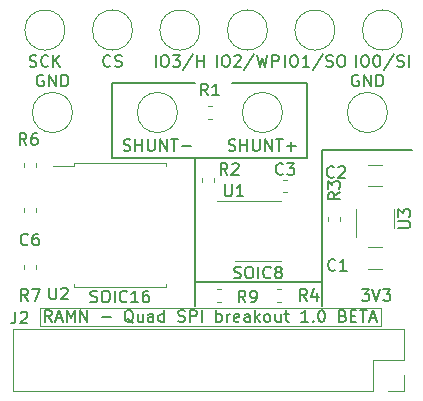
<source format=gbr>
G04 #@! TF.GenerationSoftware,KiCad,Pcbnew,(5.1.4)-1*
G04 #@! TF.CreationDate,2019-12-12T20:06:14+09:00*
G04 #@! TF.ProjectId,microcar_head,6d696372-6f63-4617-925f-686561642e6b,rev?*
G04 #@! TF.SameCoordinates,Original*
G04 #@! TF.FileFunction,Legend,Top*
G04 #@! TF.FilePolarity,Positive*
%FSLAX46Y46*%
G04 Gerber Fmt 4.6, Leading zero omitted, Abs format (unit mm)*
G04 Created by KiCad (PCBNEW (5.1.4)-1) date 2019-12-12 20:06:14*
%MOMM*%
%LPD*%
G04 APERTURE LIST*
%ADD10C,0.200000*%
%ADD11C,0.120000*%
%ADD12C,0.150000*%
G04 APERTURE END LIST*
D10*
X34925000Y-56261000D02*
X34925000Y-58293000D01*
X34925000Y-56261000D02*
X45720000Y-56261000D01*
D11*
X50673000Y-59944000D02*
X21844000Y-59944000D01*
X50673000Y-58420000D02*
X50673000Y-59944000D01*
X21844000Y-58420000D02*
X50673000Y-58420000D01*
X21844000Y-59944000D02*
X21844000Y-58420000D01*
D12*
X49053904Y-56856380D02*
X49672952Y-56856380D01*
X49339619Y-57237333D01*
X49482476Y-57237333D01*
X49577714Y-57284952D01*
X49625333Y-57332571D01*
X49672952Y-57427809D01*
X49672952Y-57665904D01*
X49625333Y-57761142D01*
X49577714Y-57808761D01*
X49482476Y-57856380D01*
X49196761Y-57856380D01*
X49101523Y-57808761D01*
X49053904Y-57761142D01*
X49958666Y-56856380D02*
X50292000Y-57856380D01*
X50625333Y-56856380D01*
X50863428Y-56856380D02*
X51482476Y-56856380D01*
X51149142Y-57237333D01*
X51292000Y-57237333D01*
X51387238Y-57284952D01*
X51434857Y-57332571D01*
X51482476Y-57427809D01*
X51482476Y-57665904D01*
X51434857Y-57761142D01*
X51387238Y-57808761D01*
X51292000Y-57856380D01*
X51006285Y-57856380D01*
X50911047Y-57808761D01*
X50863428Y-57761142D01*
D10*
X34925000Y-56261000D02*
X34925000Y-45720000D01*
X45720000Y-45085000D02*
X45720000Y-58293000D01*
X53340000Y-45085000D02*
X45720000Y-45085000D01*
X44450000Y-39370000D02*
X38100000Y-39370000D01*
X44450000Y-45720000D02*
X44450000Y-39370000D01*
X27940000Y-39370000D02*
X34925000Y-39370000D01*
X27940000Y-45720000D02*
X27940000Y-39370000D01*
X44450000Y-45720000D02*
X27940000Y-45720000D01*
D12*
X26075000Y-57935761D02*
X26217857Y-57983380D01*
X26455952Y-57983380D01*
X26551190Y-57935761D01*
X26598809Y-57888142D01*
X26646428Y-57792904D01*
X26646428Y-57697666D01*
X26598809Y-57602428D01*
X26551190Y-57554809D01*
X26455952Y-57507190D01*
X26265476Y-57459571D01*
X26170238Y-57411952D01*
X26122619Y-57364333D01*
X26075000Y-57269095D01*
X26075000Y-57173857D01*
X26122619Y-57078619D01*
X26170238Y-57031000D01*
X26265476Y-56983380D01*
X26503571Y-56983380D01*
X26646428Y-57031000D01*
X27265476Y-56983380D02*
X27455952Y-56983380D01*
X27551190Y-57031000D01*
X27646428Y-57126238D01*
X27694047Y-57316714D01*
X27694047Y-57650047D01*
X27646428Y-57840523D01*
X27551190Y-57935761D01*
X27455952Y-57983380D01*
X27265476Y-57983380D01*
X27170238Y-57935761D01*
X27075000Y-57840523D01*
X27027380Y-57650047D01*
X27027380Y-57316714D01*
X27075000Y-57126238D01*
X27170238Y-57031000D01*
X27265476Y-56983380D01*
X28122619Y-57983380D02*
X28122619Y-56983380D01*
X29170238Y-57888142D02*
X29122619Y-57935761D01*
X28979761Y-57983380D01*
X28884523Y-57983380D01*
X28741666Y-57935761D01*
X28646428Y-57840523D01*
X28598809Y-57745285D01*
X28551190Y-57554809D01*
X28551190Y-57411952D01*
X28598809Y-57221476D01*
X28646428Y-57126238D01*
X28741666Y-57031000D01*
X28884523Y-56983380D01*
X28979761Y-56983380D01*
X29122619Y-57031000D01*
X29170238Y-57078619D01*
X30122619Y-57983380D02*
X29551190Y-57983380D01*
X29836904Y-57983380D02*
X29836904Y-56983380D01*
X29741666Y-57126238D01*
X29646428Y-57221476D01*
X29551190Y-57269095D01*
X30979761Y-56983380D02*
X30789285Y-56983380D01*
X30694047Y-57031000D01*
X30646428Y-57078619D01*
X30551190Y-57221476D01*
X30503571Y-57411952D01*
X30503571Y-57792904D01*
X30551190Y-57888142D01*
X30598809Y-57935761D01*
X30694047Y-57983380D01*
X30884523Y-57983380D01*
X30979761Y-57935761D01*
X31027380Y-57888142D01*
X31075000Y-57792904D01*
X31075000Y-57554809D01*
X31027380Y-57459571D01*
X30979761Y-57411952D01*
X30884523Y-57364333D01*
X30694047Y-57364333D01*
X30598809Y-57411952D01*
X30551190Y-57459571D01*
X30503571Y-57554809D01*
X38235190Y-55903761D02*
X38378047Y-55951380D01*
X38616142Y-55951380D01*
X38711380Y-55903761D01*
X38759000Y-55856142D01*
X38806619Y-55760904D01*
X38806619Y-55665666D01*
X38759000Y-55570428D01*
X38711380Y-55522809D01*
X38616142Y-55475190D01*
X38425666Y-55427571D01*
X38330428Y-55379952D01*
X38282809Y-55332333D01*
X38235190Y-55237095D01*
X38235190Y-55141857D01*
X38282809Y-55046619D01*
X38330428Y-54999000D01*
X38425666Y-54951380D01*
X38663761Y-54951380D01*
X38806619Y-54999000D01*
X39425666Y-54951380D02*
X39616142Y-54951380D01*
X39711380Y-54999000D01*
X39806619Y-55094238D01*
X39854238Y-55284714D01*
X39854238Y-55618047D01*
X39806619Y-55808523D01*
X39711380Y-55903761D01*
X39616142Y-55951380D01*
X39425666Y-55951380D01*
X39330428Y-55903761D01*
X39235190Y-55808523D01*
X39187571Y-55618047D01*
X39187571Y-55284714D01*
X39235190Y-55094238D01*
X39330428Y-54999000D01*
X39425666Y-54951380D01*
X40282809Y-55951380D02*
X40282809Y-54951380D01*
X41330428Y-55856142D02*
X41282809Y-55903761D01*
X41139952Y-55951380D01*
X41044714Y-55951380D01*
X40901857Y-55903761D01*
X40806619Y-55808523D01*
X40759000Y-55713285D01*
X40711380Y-55522809D01*
X40711380Y-55379952D01*
X40759000Y-55189476D01*
X40806619Y-55094238D01*
X40901857Y-54999000D01*
X41044714Y-54951380D01*
X41139952Y-54951380D01*
X41282809Y-54999000D01*
X41330428Y-55046619D01*
X41901857Y-55379952D02*
X41806619Y-55332333D01*
X41759000Y-55284714D01*
X41711380Y-55189476D01*
X41711380Y-55141857D01*
X41759000Y-55046619D01*
X41806619Y-54999000D01*
X41901857Y-54951380D01*
X42092333Y-54951380D01*
X42187571Y-54999000D01*
X42235190Y-55046619D01*
X42282809Y-55141857D01*
X42282809Y-55189476D01*
X42235190Y-55284714D01*
X42187571Y-55332333D01*
X42092333Y-55379952D01*
X41901857Y-55379952D01*
X41806619Y-55427571D01*
X41759000Y-55475190D01*
X41711380Y-55570428D01*
X41711380Y-55760904D01*
X41759000Y-55856142D01*
X41806619Y-55903761D01*
X41901857Y-55951380D01*
X42092333Y-55951380D01*
X42187571Y-55903761D01*
X42235190Y-55856142D01*
X42282809Y-55760904D01*
X42282809Y-55570428D01*
X42235190Y-55475190D01*
X42187571Y-55427571D01*
X42092333Y-55379952D01*
X22790238Y-59634380D02*
X22456904Y-59158190D01*
X22218809Y-59634380D02*
X22218809Y-58634380D01*
X22599761Y-58634380D01*
X22694999Y-58682000D01*
X22742619Y-58729619D01*
X22790238Y-58824857D01*
X22790238Y-58967714D01*
X22742619Y-59062952D01*
X22694999Y-59110571D01*
X22599761Y-59158190D01*
X22218809Y-59158190D01*
X23171190Y-59348666D02*
X23647380Y-59348666D01*
X23075952Y-59634380D02*
X23409285Y-58634380D01*
X23742619Y-59634380D01*
X24075952Y-59634380D02*
X24075952Y-58634380D01*
X24409285Y-59348666D01*
X24742619Y-58634380D01*
X24742619Y-59634380D01*
X25218809Y-59634380D02*
X25218809Y-58634380D01*
X25790238Y-59634380D01*
X25790238Y-58634380D01*
X27028333Y-59253428D02*
X27790238Y-59253428D01*
X29694999Y-59729619D02*
X29599761Y-59682000D01*
X29504523Y-59586761D01*
X29361666Y-59443904D01*
X29266428Y-59396285D01*
X29171190Y-59396285D01*
X29218809Y-59634380D02*
X29123571Y-59586761D01*
X29028333Y-59491523D01*
X28980714Y-59301047D01*
X28980714Y-58967714D01*
X29028333Y-58777238D01*
X29123571Y-58682000D01*
X29218809Y-58634380D01*
X29409285Y-58634380D01*
X29504523Y-58682000D01*
X29599761Y-58777238D01*
X29647380Y-58967714D01*
X29647380Y-59301047D01*
X29599761Y-59491523D01*
X29504523Y-59586761D01*
X29409285Y-59634380D01*
X29218809Y-59634380D01*
X30504523Y-58967714D02*
X30504523Y-59634380D01*
X30075952Y-58967714D02*
X30075952Y-59491523D01*
X30123571Y-59586761D01*
X30218809Y-59634380D01*
X30361666Y-59634380D01*
X30456904Y-59586761D01*
X30504523Y-59539142D01*
X31409285Y-59634380D02*
X31409285Y-59110571D01*
X31361666Y-59015333D01*
X31266428Y-58967714D01*
X31075952Y-58967714D01*
X30980714Y-59015333D01*
X31409285Y-59586761D02*
X31314047Y-59634380D01*
X31075952Y-59634380D01*
X30980714Y-59586761D01*
X30933095Y-59491523D01*
X30933095Y-59396285D01*
X30980714Y-59301047D01*
X31075952Y-59253428D01*
X31314047Y-59253428D01*
X31409285Y-59205809D01*
X32314047Y-59634380D02*
X32314047Y-58634380D01*
X32314047Y-59586761D02*
X32218809Y-59634380D01*
X32028333Y-59634380D01*
X31933095Y-59586761D01*
X31885476Y-59539142D01*
X31837857Y-59443904D01*
X31837857Y-59158190D01*
X31885476Y-59062952D01*
X31933095Y-59015333D01*
X32028333Y-58967714D01*
X32218809Y-58967714D01*
X32314047Y-59015333D01*
X33504523Y-59586761D02*
X33647380Y-59634380D01*
X33885476Y-59634380D01*
X33980714Y-59586761D01*
X34028333Y-59539142D01*
X34075952Y-59443904D01*
X34075952Y-59348666D01*
X34028333Y-59253428D01*
X33980714Y-59205809D01*
X33885476Y-59158190D01*
X33695000Y-59110571D01*
X33599761Y-59062952D01*
X33552142Y-59015333D01*
X33504523Y-58920095D01*
X33504523Y-58824857D01*
X33552142Y-58729619D01*
X33599761Y-58682000D01*
X33695000Y-58634380D01*
X33933095Y-58634380D01*
X34075952Y-58682000D01*
X34504523Y-59634380D02*
X34504523Y-58634380D01*
X34885476Y-58634380D01*
X34980714Y-58682000D01*
X35028333Y-58729619D01*
X35075952Y-58824857D01*
X35075952Y-58967714D01*
X35028333Y-59062952D01*
X34980714Y-59110571D01*
X34885476Y-59158190D01*
X34504523Y-59158190D01*
X35504523Y-59634380D02*
X35504523Y-58634380D01*
X36742619Y-59634380D02*
X36742619Y-58634380D01*
X36742619Y-59015333D02*
X36837857Y-58967714D01*
X37028333Y-58967714D01*
X37123571Y-59015333D01*
X37171190Y-59062952D01*
X37218809Y-59158190D01*
X37218809Y-59443904D01*
X37171190Y-59539142D01*
X37123571Y-59586761D01*
X37028333Y-59634380D01*
X36837857Y-59634380D01*
X36742619Y-59586761D01*
X37647380Y-59634380D02*
X37647380Y-58967714D01*
X37647380Y-59158190D02*
X37694999Y-59062952D01*
X37742619Y-59015333D01*
X37837857Y-58967714D01*
X37933095Y-58967714D01*
X38647380Y-59586761D02*
X38552142Y-59634380D01*
X38361666Y-59634380D01*
X38266428Y-59586761D01*
X38218809Y-59491523D01*
X38218809Y-59110571D01*
X38266428Y-59015333D01*
X38361666Y-58967714D01*
X38552142Y-58967714D01*
X38647380Y-59015333D01*
X38694999Y-59110571D01*
X38694999Y-59205809D01*
X38218809Y-59301047D01*
X39552142Y-59634380D02*
X39552142Y-59110571D01*
X39504523Y-59015333D01*
X39409285Y-58967714D01*
X39218809Y-58967714D01*
X39123571Y-59015333D01*
X39552142Y-59586761D02*
X39456904Y-59634380D01*
X39218809Y-59634380D01*
X39123571Y-59586761D01*
X39075952Y-59491523D01*
X39075952Y-59396285D01*
X39123571Y-59301047D01*
X39218809Y-59253428D01*
X39456904Y-59253428D01*
X39552142Y-59205809D01*
X40028333Y-59634380D02*
X40028333Y-58634380D01*
X40123571Y-59253428D02*
X40409285Y-59634380D01*
X40409285Y-58967714D02*
X40028333Y-59348666D01*
X40980714Y-59634380D02*
X40885476Y-59586761D01*
X40837857Y-59539142D01*
X40790238Y-59443904D01*
X40790238Y-59158190D01*
X40837857Y-59062952D01*
X40885476Y-59015333D01*
X40980714Y-58967714D01*
X41123571Y-58967714D01*
X41218809Y-59015333D01*
X41266428Y-59062952D01*
X41314047Y-59158190D01*
X41314047Y-59443904D01*
X41266428Y-59539142D01*
X41218809Y-59586761D01*
X41123571Y-59634380D01*
X40980714Y-59634380D01*
X42171190Y-58967714D02*
X42171190Y-59634380D01*
X41742619Y-58967714D02*
X41742619Y-59491523D01*
X41790238Y-59586761D01*
X41885476Y-59634380D01*
X42028333Y-59634380D01*
X42123571Y-59586761D01*
X42171190Y-59539142D01*
X42504523Y-58967714D02*
X42885476Y-58967714D01*
X42647380Y-58634380D02*
X42647380Y-59491523D01*
X42694999Y-59586761D01*
X42790238Y-59634380D01*
X42885476Y-59634380D01*
X44504523Y-59634380D02*
X43933095Y-59634380D01*
X44218809Y-59634380D02*
X44218809Y-58634380D01*
X44123571Y-58777238D01*
X44028333Y-58872476D01*
X43933095Y-58920095D01*
X44933095Y-59539142D02*
X44980714Y-59586761D01*
X44933095Y-59634380D01*
X44885476Y-59586761D01*
X44933095Y-59539142D01*
X44933095Y-59634380D01*
X45599761Y-58634380D02*
X45694999Y-58634380D01*
X45790238Y-58682000D01*
X45837857Y-58729619D01*
X45885476Y-58824857D01*
X45933095Y-59015333D01*
X45933095Y-59253428D01*
X45885476Y-59443904D01*
X45837857Y-59539142D01*
X45790238Y-59586761D01*
X45694999Y-59634380D01*
X45599761Y-59634380D01*
X45504523Y-59586761D01*
X45456904Y-59539142D01*
X45409285Y-59443904D01*
X45361666Y-59253428D01*
X45361666Y-59015333D01*
X45409285Y-58824857D01*
X45456904Y-58729619D01*
X45504523Y-58682000D01*
X45599761Y-58634380D01*
X47456904Y-59110571D02*
X47599761Y-59158190D01*
X47647380Y-59205809D01*
X47694999Y-59301047D01*
X47694999Y-59443904D01*
X47647380Y-59539142D01*
X47599761Y-59586761D01*
X47504523Y-59634380D01*
X47123571Y-59634380D01*
X47123571Y-58634380D01*
X47456904Y-58634380D01*
X47552142Y-58682000D01*
X47599761Y-58729619D01*
X47647380Y-58824857D01*
X47647380Y-58920095D01*
X47599761Y-59015333D01*
X47552142Y-59062952D01*
X47456904Y-59110571D01*
X47123571Y-59110571D01*
X48123571Y-59110571D02*
X48456904Y-59110571D01*
X48599761Y-59634380D02*
X48123571Y-59634380D01*
X48123571Y-58634380D01*
X48599761Y-58634380D01*
X48885476Y-58634380D02*
X49456904Y-58634380D01*
X49171190Y-59634380D02*
X49171190Y-58634380D01*
X49742619Y-59348666D02*
X50218809Y-59348666D01*
X49647380Y-59634380D02*
X49980714Y-58634380D01*
X50314047Y-59634380D01*
D11*
X52638000Y-64135000D02*
X52638000Y-65465000D01*
X52638000Y-65465000D02*
X51308000Y-65465000D01*
X52638000Y-62865000D02*
X50038000Y-62865000D01*
X50038000Y-62865000D02*
X50038000Y-65465000D01*
X50038000Y-65465000D02*
X19498000Y-65465000D01*
X19498000Y-60265000D02*
X19498000Y-65465000D01*
X52638000Y-60265000D02*
X19498000Y-60265000D01*
X52638000Y-60265000D02*
X52638000Y-62865000D01*
X37119779Y-56894000D02*
X36794221Y-56894000D01*
X37119779Y-57914000D02*
X36794221Y-57914000D01*
X41874221Y-57914000D02*
X42199779Y-57914000D01*
X41874221Y-56894000D02*
X42199779Y-56894000D01*
X20445000Y-54828221D02*
X20445000Y-55153779D01*
X21465000Y-54828221D02*
X21465000Y-55153779D01*
X47246000Y-51089779D02*
X47246000Y-50764221D01*
X46226000Y-51089779D02*
X46226000Y-50764221D01*
X24560000Y-41910000D02*
G75*
G03X24560000Y-41910000I-1700000J0D01*
G01*
X40259000Y-49383000D02*
X36809000Y-49383000D01*
X40259000Y-49383000D02*
X42209000Y-49383000D01*
X40259000Y-54503000D02*
X38309000Y-54503000D01*
X40259000Y-54503000D02*
X42209000Y-54503000D01*
X24715000Y-46430000D02*
X22900000Y-46430000D01*
X24715000Y-46175000D02*
X24715000Y-46430000D01*
X28575000Y-46175000D02*
X24715000Y-46175000D01*
X32435000Y-46175000D02*
X32435000Y-46430000D01*
X28575000Y-46175000D02*
X32435000Y-46175000D01*
X24715000Y-56695000D02*
X24715000Y-56440000D01*
X28575000Y-56695000D02*
X24715000Y-56695000D01*
X32435000Y-56695000D02*
X32435000Y-56440000D01*
X28575000Y-56695000D02*
X32435000Y-56695000D01*
X35558000Y-47462221D02*
X35558000Y-47787779D01*
X36578000Y-47462221D02*
X36578000Y-47787779D01*
X35355000Y-34925000D02*
G75*
G03X35355000Y-34925000I-1700000J0D01*
G01*
X41070000Y-34925000D02*
G75*
G03X41070000Y-34925000I-1700000J0D01*
G01*
X29640000Y-34925000D02*
G75*
G03X29640000Y-34925000I-1700000J0D01*
G01*
X23925000Y-34925000D02*
G75*
G03X23925000Y-34925000I-1700000J0D01*
G01*
X52500000Y-34925000D02*
G75*
G03X52500000Y-34925000I-1700000J0D01*
G01*
X46785000Y-34925000D02*
G75*
G03X46785000Y-34925000I-1700000J0D01*
G01*
X42707779Y-47623000D02*
X42382221Y-47623000D01*
X42707779Y-48643000D02*
X42382221Y-48643000D01*
X20445000Y-46192221D02*
X20445000Y-46517779D01*
X21465000Y-46192221D02*
X21465000Y-46517779D01*
X51230000Y-41910000D02*
G75*
G03X51230000Y-41910000I-1700000J0D01*
G01*
X20445000Y-50002221D02*
X20445000Y-50327779D01*
X21465000Y-50002221D02*
X21465000Y-50327779D01*
X36357779Y-41400000D02*
X36032221Y-41400000D01*
X36357779Y-42420000D02*
X36032221Y-42420000D01*
X33450000Y-41910000D02*
G75*
G03X33450000Y-41910000I-1700000J0D01*
G01*
X48565000Y-50109000D02*
X48565000Y-52409000D01*
X51765000Y-51709000D02*
X51765000Y-50109000D01*
X50767064Y-46334000D02*
X49562936Y-46334000D01*
X50767064Y-48154000D02*
X49562936Y-48154000D01*
X50767064Y-53319000D02*
X49562936Y-53319000D01*
X50767064Y-55139000D02*
X49562936Y-55139000D01*
X42340000Y-41910000D02*
G75*
G03X42340000Y-41910000I-1700000J0D01*
G01*
D12*
X19732666Y-58761380D02*
X19732666Y-59475666D01*
X19685047Y-59618523D01*
X19589809Y-59713761D01*
X19446952Y-59761380D01*
X19351714Y-59761380D01*
X20161238Y-58856619D02*
X20208857Y-58809000D01*
X20304095Y-58761380D01*
X20542190Y-58761380D01*
X20637428Y-58809000D01*
X20685047Y-58856619D01*
X20732666Y-58951857D01*
X20732666Y-59047095D01*
X20685047Y-59189952D01*
X20113619Y-59761380D01*
X20732666Y-59761380D01*
X39203333Y-57983380D02*
X38870000Y-57507190D01*
X38631904Y-57983380D02*
X38631904Y-56983380D01*
X39012857Y-56983380D01*
X39108095Y-57031000D01*
X39155714Y-57078619D01*
X39203333Y-57173857D01*
X39203333Y-57316714D01*
X39155714Y-57411952D01*
X39108095Y-57459571D01*
X39012857Y-57507190D01*
X38631904Y-57507190D01*
X39679523Y-57983380D02*
X39870000Y-57983380D01*
X39965238Y-57935761D01*
X40012857Y-57888142D01*
X40108095Y-57745285D01*
X40155714Y-57554809D01*
X40155714Y-57173857D01*
X40108095Y-57078619D01*
X40060476Y-57031000D01*
X39965238Y-56983380D01*
X39774761Y-56983380D01*
X39679523Y-57031000D01*
X39631904Y-57078619D01*
X39584285Y-57173857D01*
X39584285Y-57411952D01*
X39631904Y-57507190D01*
X39679523Y-57554809D01*
X39774761Y-57602428D01*
X39965238Y-57602428D01*
X40060476Y-57554809D01*
X40108095Y-57507190D01*
X40155714Y-57411952D01*
X44410333Y-57856380D02*
X44077000Y-57380190D01*
X43838904Y-57856380D02*
X43838904Y-56856380D01*
X44219857Y-56856380D01*
X44315095Y-56904000D01*
X44362714Y-56951619D01*
X44410333Y-57046857D01*
X44410333Y-57189714D01*
X44362714Y-57284952D01*
X44315095Y-57332571D01*
X44219857Y-57380190D01*
X43838904Y-57380190D01*
X45267476Y-57189714D02*
X45267476Y-57856380D01*
X45029380Y-56808761D02*
X44791285Y-57523047D01*
X45410333Y-57523047D01*
X20788333Y-57856380D02*
X20455000Y-57380190D01*
X20216904Y-57856380D02*
X20216904Y-56856380D01*
X20597857Y-56856380D01*
X20693095Y-56904000D01*
X20740714Y-56951619D01*
X20788333Y-57046857D01*
X20788333Y-57189714D01*
X20740714Y-57284952D01*
X20693095Y-57332571D01*
X20597857Y-57380190D01*
X20216904Y-57380190D01*
X21121666Y-56856380D02*
X21788333Y-56856380D01*
X21359761Y-57856380D01*
X47188380Y-48680666D02*
X46712190Y-49014000D01*
X47188380Y-49252095D02*
X46188380Y-49252095D01*
X46188380Y-48871142D01*
X46236000Y-48775904D01*
X46283619Y-48728285D01*
X46378857Y-48680666D01*
X46521714Y-48680666D01*
X46616952Y-48728285D01*
X46664571Y-48775904D01*
X46712190Y-48871142D01*
X46712190Y-49252095D01*
X46188380Y-48347333D02*
X46188380Y-47728285D01*
X46569333Y-48061619D01*
X46569333Y-47918761D01*
X46616952Y-47823523D01*
X46664571Y-47775904D01*
X46759809Y-47728285D01*
X46997904Y-47728285D01*
X47093142Y-47775904D01*
X47140761Y-47823523D01*
X47188380Y-47918761D01*
X47188380Y-48204476D01*
X47140761Y-48299714D01*
X47093142Y-48347333D01*
X22098095Y-38743000D02*
X22002857Y-38695380D01*
X21860000Y-38695380D01*
X21717142Y-38743000D01*
X21621904Y-38838238D01*
X21574285Y-38933476D01*
X21526666Y-39123952D01*
X21526666Y-39266809D01*
X21574285Y-39457285D01*
X21621904Y-39552523D01*
X21717142Y-39647761D01*
X21860000Y-39695380D01*
X21955238Y-39695380D01*
X22098095Y-39647761D01*
X22145714Y-39600142D01*
X22145714Y-39266809D01*
X21955238Y-39266809D01*
X22574285Y-39695380D02*
X22574285Y-38695380D01*
X23145714Y-39695380D01*
X23145714Y-38695380D01*
X23621904Y-39695380D02*
X23621904Y-38695380D01*
X23860000Y-38695380D01*
X24002857Y-38743000D01*
X24098095Y-38838238D01*
X24145714Y-38933476D01*
X24193333Y-39123952D01*
X24193333Y-39266809D01*
X24145714Y-39457285D01*
X24098095Y-39552523D01*
X24002857Y-39647761D01*
X23860000Y-39695380D01*
X23621904Y-39695380D01*
X37465095Y-47995380D02*
X37465095Y-48804904D01*
X37512714Y-48900142D01*
X37560333Y-48947761D01*
X37655571Y-48995380D01*
X37846047Y-48995380D01*
X37941285Y-48947761D01*
X37988904Y-48900142D01*
X38036523Y-48804904D01*
X38036523Y-47995380D01*
X39036523Y-48995380D02*
X38465095Y-48995380D01*
X38750809Y-48995380D02*
X38750809Y-47995380D01*
X38655571Y-48138238D01*
X38560333Y-48233476D01*
X38465095Y-48281095D01*
X22606095Y-56729380D02*
X22606095Y-57538904D01*
X22653714Y-57634142D01*
X22701333Y-57681761D01*
X22796571Y-57729380D01*
X22987047Y-57729380D01*
X23082285Y-57681761D01*
X23129904Y-57634142D01*
X23177523Y-57538904D01*
X23177523Y-56729380D01*
X23606095Y-56824619D02*
X23653714Y-56777000D01*
X23748952Y-56729380D01*
X23987047Y-56729380D01*
X24082285Y-56777000D01*
X24129904Y-56824619D01*
X24177523Y-56919857D01*
X24177523Y-57015095D01*
X24129904Y-57157952D01*
X23558476Y-57729380D01*
X24177523Y-57729380D01*
X37679333Y-47188380D02*
X37346000Y-46712190D01*
X37107904Y-47188380D02*
X37107904Y-46188380D01*
X37488857Y-46188380D01*
X37584095Y-46236000D01*
X37631714Y-46283619D01*
X37679333Y-46378857D01*
X37679333Y-46521714D01*
X37631714Y-46616952D01*
X37584095Y-46664571D01*
X37488857Y-46712190D01*
X37107904Y-46712190D01*
X38060285Y-46283619D02*
X38107904Y-46236000D01*
X38203142Y-46188380D01*
X38441238Y-46188380D01*
X38536476Y-46236000D01*
X38584095Y-46283619D01*
X38631714Y-46378857D01*
X38631714Y-46474095D01*
X38584095Y-46616952D01*
X38012666Y-47188380D01*
X38631714Y-47188380D01*
X31607380Y-38044380D02*
X31607380Y-37044380D01*
X32274047Y-37044380D02*
X32464523Y-37044380D01*
X32559761Y-37092000D01*
X32655000Y-37187238D01*
X32702619Y-37377714D01*
X32702619Y-37711047D01*
X32655000Y-37901523D01*
X32559761Y-37996761D01*
X32464523Y-38044380D01*
X32274047Y-38044380D01*
X32178809Y-37996761D01*
X32083571Y-37901523D01*
X32035952Y-37711047D01*
X32035952Y-37377714D01*
X32083571Y-37187238D01*
X32178809Y-37092000D01*
X32274047Y-37044380D01*
X33035952Y-37044380D02*
X33655000Y-37044380D01*
X33321666Y-37425333D01*
X33464523Y-37425333D01*
X33559761Y-37472952D01*
X33607380Y-37520571D01*
X33655000Y-37615809D01*
X33655000Y-37853904D01*
X33607380Y-37949142D01*
X33559761Y-37996761D01*
X33464523Y-38044380D01*
X33178809Y-38044380D01*
X33083571Y-37996761D01*
X33035952Y-37949142D01*
X34797857Y-36996761D02*
X33940714Y-38282476D01*
X35131190Y-38044380D02*
X35131190Y-37044380D01*
X35131190Y-37520571D02*
X35702619Y-37520571D01*
X35702619Y-38044380D02*
X35702619Y-37044380D01*
X36774761Y-38044380D02*
X36774761Y-37044380D01*
X37441428Y-37044380D02*
X37631904Y-37044380D01*
X37727142Y-37092000D01*
X37822380Y-37187238D01*
X37870000Y-37377714D01*
X37870000Y-37711047D01*
X37822380Y-37901523D01*
X37727142Y-37996761D01*
X37631904Y-38044380D01*
X37441428Y-38044380D01*
X37346190Y-37996761D01*
X37250952Y-37901523D01*
X37203333Y-37711047D01*
X37203333Y-37377714D01*
X37250952Y-37187238D01*
X37346190Y-37092000D01*
X37441428Y-37044380D01*
X38250952Y-37139619D02*
X38298571Y-37092000D01*
X38393809Y-37044380D01*
X38631904Y-37044380D01*
X38727142Y-37092000D01*
X38774761Y-37139619D01*
X38822380Y-37234857D01*
X38822380Y-37330095D01*
X38774761Y-37472952D01*
X38203333Y-38044380D01*
X38822380Y-38044380D01*
X39965238Y-36996761D02*
X39108095Y-38282476D01*
X40203333Y-37044380D02*
X40441428Y-38044380D01*
X40631904Y-37330095D01*
X40822380Y-38044380D01*
X41060476Y-37044380D01*
X41441428Y-38044380D02*
X41441428Y-37044380D01*
X41822380Y-37044380D01*
X41917619Y-37092000D01*
X41965238Y-37139619D01*
X42012857Y-37234857D01*
X42012857Y-37377714D01*
X41965238Y-37472952D01*
X41917619Y-37520571D01*
X41822380Y-37568190D01*
X41441428Y-37568190D01*
X27773333Y-37949142D02*
X27725714Y-37996761D01*
X27582857Y-38044380D01*
X27487619Y-38044380D01*
X27344761Y-37996761D01*
X27249523Y-37901523D01*
X27201904Y-37806285D01*
X27154285Y-37615809D01*
X27154285Y-37472952D01*
X27201904Y-37282476D01*
X27249523Y-37187238D01*
X27344761Y-37092000D01*
X27487619Y-37044380D01*
X27582857Y-37044380D01*
X27725714Y-37092000D01*
X27773333Y-37139619D01*
X28154285Y-37996761D02*
X28297142Y-38044380D01*
X28535238Y-38044380D01*
X28630476Y-37996761D01*
X28678095Y-37949142D01*
X28725714Y-37853904D01*
X28725714Y-37758666D01*
X28678095Y-37663428D01*
X28630476Y-37615809D01*
X28535238Y-37568190D01*
X28344761Y-37520571D01*
X28249523Y-37472952D01*
X28201904Y-37425333D01*
X28154285Y-37330095D01*
X28154285Y-37234857D01*
X28201904Y-37139619D01*
X28249523Y-37092000D01*
X28344761Y-37044380D01*
X28582857Y-37044380D01*
X28725714Y-37092000D01*
X20939285Y-37996761D02*
X21082142Y-38044380D01*
X21320238Y-38044380D01*
X21415476Y-37996761D01*
X21463095Y-37949142D01*
X21510714Y-37853904D01*
X21510714Y-37758666D01*
X21463095Y-37663428D01*
X21415476Y-37615809D01*
X21320238Y-37568190D01*
X21129761Y-37520571D01*
X21034523Y-37472952D01*
X20986904Y-37425333D01*
X20939285Y-37330095D01*
X20939285Y-37234857D01*
X20986904Y-37139619D01*
X21034523Y-37092000D01*
X21129761Y-37044380D01*
X21367857Y-37044380D01*
X21510714Y-37092000D01*
X22510714Y-37949142D02*
X22463095Y-37996761D01*
X22320238Y-38044380D01*
X22225000Y-38044380D01*
X22082142Y-37996761D01*
X21986904Y-37901523D01*
X21939285Y-37806285D01*
X21891666Y-37615809D01*
X21891666Y-37472952D01*
X21939285Y-37282476D01*
X21986904Y-37187238D01*
X22082142Y-37092000D01*
X22225000Y-37044380D01*
X22320238Y-37044380D01*
X22463095Y-37092000D01*
X22510714Y-37139619D01*
X22939285Y-38044380D02*
X22939285Y-37044380D01*
X23510714Y-38044380D02*
X23082142Y-37472952D01*
X23510714Y-37044380D02*
X22939285Y-37615809D01*
X48561904Y-38044380D02*
X48561904Y-37044380D01*
X49228571Y-37044380D02*
X49419047Y-37044380D01*
X49514285Y-37092000D01*
X49609523Y-37187238D01*
X49657142Y-37377714D01*
X49657142Y-37711047D01*
X49609523Y-37901523D01*
X49514285Y-37996761D01*
X49419047Y-38044380D01*
X49228571Y-38044380D01*
X49133333Y-37996761D01*
X49038095Y-37901523D01*
X48990476Y-37711047D01*
X48990476Y-37377714D01*
X49038095Y-37187238D01*
X49133333Y-37092000D01*
X49228571Y-37044380D01*
X50276190Y-37044380D02*
X50371428Y-37044380D01*
X50466666Y-37092000D01*
X50514285Y-37139619D01*
X50561904Y-37234857D01*
X50609523Y-37425333D01*
X50609523Y-37663428D01*
X50561904Y-37853904D01*
X50514285Y-37949142D01*
X50466666Y-37996761D01*
X50371428Y-38044380D01*
X50276190Y-38044380D01*
X50180952Y-37996761D01*
X50133333Y-37949142D01*
X50085714Y-37853904D01*
X50038095Y-37663428D01*
X50038095Y-37425333D01*
X50085714Y-37234857D01*
X50133333Y-37139619D01*
X50180952Y-37092000D01*
X50276190Y-37044380D01*
X51752380Y-36996761D02*
X50895238Y-38282476D01*
X52038095Y-37996761D02*
X52180952Y-38044380D01*
X52419047Y-38044380D01*
X52514285Y-37996761D01*
X52561904Y-37949142D01*
X52609523Y-37853904D01*
X52609523Y-37758666D01*
X52561904Y-37663428D01*
X52514285Y-37615809D01*
X52419047Y-37568190D01*
X52228571Y-37520571D01*
X52133333Y-37472952D01*
X52085714Y-37425333D01*
X52038095Y-37330095D01*
X52038095Y-37234857D01*
X52085714Y-37139619D01*
X52133333Y-37092000D01*
X52228571Y-37044380D01*
X52466666Y-37044380D01*
X52609523Y-37092000D01*
X53038095Y-38044380D02*
X53038095Y-37044380D01*
X42561190Y-38044380D02*
X42561190Y-37044380D01*
X43227857Y-37044380D02*
X43418333Y-37044380D01*
X43513571Y-37092000D01*
X43608809Y-37187238D01*
X43656428Y-37377714D01*
X43656428Y-37711047D01*
X43608809Y-37901523D01*
X43513571Y-37996761D01*
X43418333Y-38044380D01*
X43227857Y-38044380D01*
X43132619Y-37996761D01*
X43037380Y-37901523D01*
X42989761Y-37711047D01*
X42989761Y-37377714D01*
X43037380Y-37187238D01*
X43132619Y-37092000D01*
X43227857Y-37044380D01*
X44608809Y-38044380D02*
X44037380Y-38044380D01*
X44323095Y-38044380D02*
X44323095Y-37044380D01*
X44227857Y-37187238D01*
X44132619Y-37282476D01*
X44037380Y-37330095D01*
X45751666Y-36996761D02*
X44894523Y-38282476D01*
X46037380Y-37996761D02*
X46180238Y-38044380D01*
X46418333Y-38044380D01*
X46513571Y-37996761D01*
X46561190Y-37949142D01*
X46608809Y-37853904D01*
X46608809Y-37758666D01*
X46561190Y-37663428D01*
X46513571Y-37615809D01*
X46418333Y-37568190D01*
X46227857Y-37520571D01*
X46132619Y-37472952D01*
X46085000Y-37425333D01*
X46037380Y-37330095D01*
X46037380Y-37234857D01*
X46085000Y-37139619D01*
X46132619Y-37092000D01*
X46227857Y-37044380D01*
X46465952Y-37044380D01*
X46608809Y-37092000D01*
X47227857Y-37044380D02*
X47418333Y-37044380D01*
X47513571Y-37092000D01*
X47608809Y-37187238D01*
X47656428Y-37377714D01*
X47656428Y-37711047D01*
X47608809Y-37901523D01*
X47513571Y-37996761D01*
X47418333Y-38044380D01*
X47227857Y-38044380D01*
X47132619Y-37996761D01*
X47037380Y-37901523D01*
X46989761Y-37711047D01*
X46989761Y-37377714D01*
X47037380Y-37187238D01*
X47132619Y-37092000D01*
X47227857Y-37044380D01*
X42378333Y-47093142D02*
X42330714Y-47140761D01*
X42187857Y-47188380D01*
X42092619Y-47188380D01*
X41949761Y-47140761D01*
X41854523Y-47045523D01*
X41806904Y-46950285D01*
X41759285Y-46759809D01*
X41759285Y-46616952D01*
X41806904Y-46426476D01*
X41854523Y-46331238D01*
X41949761Y-46236000D01*
X42092619Y-46188380D01*
X42187857Y-46188380D01*
X42330714Y-46236000D01*
X42378333Y-46283619D01*
X42711666Y-46188380D02*
X43330714Y-46188380D01*
X42997380Y-46569333D01*
X43140238Y-46569333D01*
X43235476Y-46616952D01*
X43283095Y-46664571D01*
X43330714Y-46759809D01*
X43330714Y-46997904D01*
X43283095Y-47093142D01*
X43235476Y-47140761D01*
X43140238Y-47188380D01*
X42854523Y-47188380D01*
X42759285Y-47140761D01*
X42711666Y-47093142D01*
X20661333Y-44648380D02*
X20328000Y-44172190D01*
X20089904Y-44648380D02*
X20089904Y-43648380D01*
X20470857Y-43648380D01*
X20566095Y-43696000D01*
X20613714Y-43743619D01*
X20661333Y-43838857D01*
X20661333Y-43981714D01*
X20613714Y-44076952D01*
X20566095Y-44124571D01*
X20470857Y-44172190D01*
X20089904Y-44172190D01*
X21518476Y-43648380D02*
X21328000Y-43648380D01*
X21232761Y-43696000D01*
X21185142Y-43743619D01*
X21089904Y-43886476D01*
X21042285Y-44076952D01*
X21042285Y-44457904D01*
X21089904Y-44553142D01*
X21137523Y-44600761D01*
X21232761Y-44648380D01*
X21423238Y-44648380D01*
X21518476Y-44600761D01*
X21566095Y-44553142D01*
X21613714Y-44457904D01*
X21613714Y-44219809D01*
X21566095Y-44124571D01*
X21518476Y-44076952D01*
X21423238Y-44029333D01*
X21232761Y-44029333D01*
X21137523Y-44076952D01*
X21089904Y-44124571D01*
X21042285Y-44219809D01*
X48768095Y-38743000D02*
X48672857Y-38695380D01*
X48530000Y-38695380D01*
X48387142Y-38743000D01*
X48291904Y-38838238D01*
X48244285Y-38933476D01*
X48196666Y-39123952D01*
X48196666Y-39266809D01*
X48244285Y-39457285D01*
X48291904Y-39552523D01*
X48387142Y-39647761D01*
X48530000Y-39695380D01*
X48625238Y-39695380D01*
X48768095Y-39647761D01*
X48815714Y-39600142D01*
X48815714Y-39266809D01*
X48625238Y-39266809D01*
X49244285Y-39695380D02*
X49244285Y-38695380D01*
X49815714Y-39695380D01*
X49815714Y-38695380D01*
X50291904Y-39695380D02*
X50291904Y-38695380D01*
X50530000Y-38695380D01*
X50672857Y-38743000D01*
X50768095Y-38838238D01*
X50815714Y-38933476D01*
X50863333Y-39123952D01*
X50863333Y-39266809D01*
X50815714Y-39457285D01*
X50768095Y-39552523D01*
X50672857Y-39647761D01*
X50530000Y-39695380D01*
X50291904Y-39695380D01*
X20788333Y-53062142D02*
X20740714Y-53109761D01*
X20597857Y-53157380D01*
X20502619Y-53157380D01*
X20359761Y-53109761D01*
X20264523Y-53014523D01*
X20216904Y-52919285D01*
X20169285Y-52728809D01*
X20169285Y-52585952D01*
X20216904Y-52395476D01*
X20264523Y-52300238D01*
X20359761Y-52205000D01*
X20502619Y-52157380D01*
X20597857Y-52157380D01*
X20740714Y-52205000D01*
X20788333Y-52252619D01*
X21645476Y-52157380D02*
X21455000Y-52157380D01*
X21359761Y-52205000D01*
X21312142Y-52252619D01*
X21216904Y-52395476D01*
X21169285Y-52585952D01*
X21169285Y-52966904D01*
X21216904Y-53062142D01*
X21264523Y-53109761D01*
X21359761Y-53157380D01*
X21550238Y-53157380D01*
X21645476Y-53109761D01*
X21693095Y-53062142D01*
X21740714Y-52966904D01*
X21740714Y-52728809D01*
X21693095Y-52633571D01*
X21645476Y-52585952D01*
X21550238Y-52538333D01*
X21359761Y-52538333D01*
X21264523Y-52585952D01*
X21216904Y-52633571D01*
X21169285Y-52728809D01*
X36028333Y-40457380D02*
X35695000Y-39981190D01*
X35456904Y-40457380D02*
X35456904Y-39457380D01*
X35837857Y-39457380D01*
X35933095Y-39505000D01*
X35980714Y-39552619D01*
X36028333Y-39647857D01*
X36028333Y-39790714D01*
X35980714Y-39885952D01*
X35933095Y-39933571D01*
X35837857Y-39981190D01*
X35456904Y-39981190D01*
X36980714Y-40457380D02*
X36409285Y-40457380D01*
X36695000Y-40457380D02*
X36695000Y-39457380D01*
X36599761Y-39600238D01*
X36504523Y-39695476D01*
X36409285Y-39743095D01*
X28892857Y-45108761D02*
X29035714Y-45156380D01*
X29273809Y-45156380D01*
X29369047Y-45108761D01*
X29416666Y-45061142D01*
X29464285Y-44965904D01*
X29464285Y-44870666D01*
X29416666Y-44775428D01*
X29369047Y-44727809D01*
X29273809Y-44680190D01*
X29083333Y-44632571D01*
X28988095Y-44584952D01*
X28940476Y-44537333D01*
X28892857Y-44442095D01*
X28892857Y-44346857D01*
X28940476Y-44251619D01*
X28988095Y-44204000D01*
X29083333Y-44156380D01*
X29321428Y-44156380D01*
X29464285Y-44204000D01*
X29892857Y-45156380D02*
X29892857Y-44156380D01*
X29892857Y-44632571D02*
X30464285Y-44632571D01*
X30464285Y-45156380D02*
X30464285Y-44156380D01*
X30940476Y-44156380D02*
X30940476Y-44965904D01*
X30988095Y-45061142D01*
X31035714Y-45108761D01*
X31130952Y-45156380D01*
X31321428Y-45156380D01*
X31416666Y-45108761D01*
X31464285Y-45061142D01*
X31511904Y-44965904D01*
X31511904Y-44156380D01*
X31988095Y-45156380D02*
X31988095Y-44156380D01*
X32559523Y-45156380D01*
X32559523Y-44156380D01*
X32892857Y-44156380D02*
X33464285Y-44156380D01*
X33178571Y-45156380D02*
X33178571Y-44156380D01*
X33797619Y-44775428D02*
X34559523Y-44775428D01*
X52157380Y-51688904D02*
X52966904Y-51688904D01*
X53062142Y-51641285D01*
X53109761Y-51593666D01*
X53157380Y-51498428D01*
X53157380Y-51307952D01*
X53109761Y-51212714D01*
X53062142Y-51165095D01*
X52966904Y-51117476D01*
X52157380Y-51117476D01*
X52157380Y-50736523D02*
X52157380Y-50117476D01*
X52538333Y-50450809D01*
X52538333Y-50307952D01*
X52585952Y-50212714D01*
X52633571Y-50165095D01*
X52728809Y-50117476D01*
X52966904Y-50117476D01*
X53062142Y-50165095D01*
X53109761Y-50212714D01*
X53157380Y-50307952D01*
X53157380Y-50593666D01*
X53109761Y-50688904D01*
X53062142Y-50736523D01*
X46696333Y-47347142D02*
X46648714Y-47394761D01*
X46505857Y-47442380D01*
X46410619Y-47442380D01*
X46267761Y-47394761D01*
X46172523Y-47299523D01*
X46124904Y-47204285D01*
X46077285Y-47013809D01*
X46077285Y-46870952D01*
X46124904Y-46680476D01*
X46172523Y-46585238D01*
X46267761Y-46490000D01*
X46410619Y-46442380D01*
X46505857Y-46442380D01*
X46648714Y-46490000D01*
X46696333Y-46537619D01*
X47077285Y-46537619D02*
X47124904Y-46490000D01*
X47220142Y-46442380D01*
X47458238Y-46442380D01*
X47553476Y-46490000D01*
X47601095Y-46537619D01*
X47648714Y-46632857D01*
X47648714Y-46728095D01*
X47601095Y-46870952D01*
X47029666Y-47442380D01*
X47648714Y-47442380D01*
X46823333Y-55221142D02*
X46775714Y-55268761D01*
X46632857Y-55316380D01*
X46537619Y-55316380D01*
X46394761Y-55268761D01*
X46299523Y-55173523D01*
X46251904Y-55078285D01*
X46204285Y-54887809D01*
X46204285Y-54744952D01*
X46251904Y-54554476D01*
X46299523Y-54459238D01*
X46394761Y-54364000D01*
X46537619Y-54316380D01*
X46632857Y-54316380D01*
X46775714Y-54364000D01*
X46823333Y-54411619D01*
X47775714Y-55316380D02*
X47204285Y-55316380D01*
X47490000Y-55316380D02*
X47490000Y-54316380D01*
X47394761Y-54459238D01*
X47299523Y-54554476D01*
X47204285Y-54602095D01*
X37782857Y-45108761D02*
X37925714Y-45156380D01*
X38163809Y-45156380D01*
X38259047Y-45108761D01*
X38306666Y-45061142D01*
X38354285Y-44965904D01*
X38354285Y-44870666D01*
X38306666Y-44775428D01*
X38259047Y-44727809D01*
X38163809Y-44680190D01*
X37973333Y-44632571D01*
X37878095Y-44584952D01*
X37830476Y-44537333D01*
X37782857Y-44442095D01*
X37782857Y-44346857D01*
X37830476Y-44251619D01*
X37878095Y-44204000D01*
X37973333Y-44156380D01*
X38211428Y-44156380D01*
X38354285Y-44204000D01*
X38782857Y-45156380D02*
X38782857Y-44156380D01*
X38782857Y-44632571D02*
X39354285Y-44632571D01*
X39354285Y-45156380D02*
X39354285Y-44156380D01*
X39830476Y-44156380D02*
X39830476Y-44965904D01*
X39878095Y-45061142D01*
X39925714Y-45108761D01*
X40020952Y-45156380D01*
X40211428Y-45156380D01*
X40306666Y-45108761D01*
X40354285Y-45061142D01*
X40401904Y-44965904D01*
X40401904Y-44156380D01*
X40878095Y-45156380D02*
X40878095Y-44156380D01*
X41449523Y-45156380D01*
X41449523Y-44156380D01*
X41782857Y-44156380D02*
X42354285Y-44156380D01*
X42068571Y-45156380D02*
X42068571Y-44156380D01*
X42687619Y-44775428D02*
X43449523Y-44775428D01*
X43068571Y-45156380D02*
X43068571Y-44394476D01*
M02*

</source>
